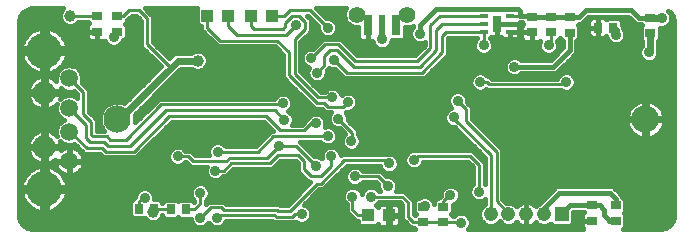
<source format=gbl>
G75*
G70*
%OFA0B0*%
%FSLAX24Y24*%
%IPPOS*%
%LPD*%
%AMOC8*
5,1,8,0,0,1.08239X$1,22.5*
%
%ADD10C,0.0906*%
%ADD11R,0.0276X0.0354*%
%ADD12R,0.0354X0.0276*%
%ADD13R,0.0413X0.0425*%
%ADD14R,0.0476X0.0476*%
%ADD15C,0.0476*%
%ADD16C,0.0554*%
%ADD17R,0.0236X0.0709*%
%ADD18R,0.0295X0.0709*%
%ADD19C,0.1181*%
%ADD20C,0.0768*%
%ADD21C,0.0594*%
%ADD22R,0.0315X0.0118*%
%ADD23R,0.0256X0.0531*%
%ADD24C,0.0357*%
%ADD25C,0.0160*%
%ADD26C,0.0396*%
%ADD27C,0.0240*%
%ADD28C,0.0100*%
%ADD29C,0.0120*%
D10*
X003686Y004090D03*
X021286Y004090D03*
D11*
X020215Y007149D03*
X019704Y007149D03*
X004900Y001109D03*
X004389Y001109D03*
X005460Y001101D03*
X005971Y001101D03*
D12*
X013881Y001184D03*
X014550Y001184D03*
X014550Y000672D03*
X013881Y000672D03*
X019511Y000711D03*
X020298Y000711D03*
X020298Y001223D03*
X019511Y001223D03*
X018763Y006987D03*
X018133Y006991D03*
X017503Y006991D03*
X017503Y007503D03*
X018133Y007503D03*
X018763Y007499D03*
X021440Y007483D03*
X021440Y006971D03*
X003684Y007011D03*
X003015Y007011D03*
X003015Y007523D03*
X003684Y007523D03*
D13*
X006686Y007542D03*
X007375Y007542D03*
X008143Y007542D03*
X008832Y007542D03*
X012040Y000889D03*
X012729Y000889D03*
D14*
X018487Y000928D03*
D15*
X017897Y000928D03*
X017306Y000928D03*
X016715Y000928D03*
X016125Y000928D03*
D16*
X013339Y007582D03*
X011666Y007582D03*
D17*
X012503Y007227D03*
D18*
X012985Y007227D03*
X012021Y007227D03*
D19*
X001243Y006381D03*
X001243Y001774D03*
D20*
X001243Y003172D03*
X001243Y004983D03*
D21*
X002082Y005456D03*
X002082Y004471D03*
X002082Y003684D03*
X002082Y002700D03*
D22*
X015889Y007001D03*
X015889Y007267D03*
X015889Y007532D03*
X016755Y007532D03*
X016765Y007267D03*
X016755Y007001D03*
D23*
X016322Y007267D03*
D24*
X015889Y006558D03*
X016912Y005849D03*
X015771Y005337D03*
X015141Y005790D03*
X015023Y004708D03*
X014904Y004156D03*
X012857Y004727D03*
X012030Y004727D03*
X011361Y004668D03*
X010849Y004826D03*
X009196Y004629D03*
X009235Y004078D03*
X010298Y003960D03*
X011046Y004117D03*
X010692Y003546D03*
X010337Y003172D03*
X010810Y002857D03*
X010298Y002542D03*
X011597Y002188D03*
X012700Y001873D03*
X012149Y001519D03*
X011519Y001519D03*
X009826Y000928D03*
X007739Y001676D03*
X006440Y001637D03*
X006952Y002385D03*
X005692Y002857D03*
X006400Y003074D03*
X007030Y003015D03*
X009058Y003211D03*
X008054Y003861D03*
X006361Y004944D03*
X005869Y005495D03*
X003290Y005397D03*
X005534Y006794D03*
X006145Y007109D03*
X003566Y006834D03*
X002601Y006932D03*
X008566Y005377D03*
X010141Y006125D03*
X010889Y006086D03*
X010337Y005652D03*
X012070Y006499D03*
X012503Y006755D03*
X013763Y006952D03*
X010692Y007149D03*
X009629Y007227D03*
X018054Y006558D03*
X020298Y006912D03*
X021400Y006322D03*
X020416Y005830D03*
X018645Y005337D03*
X020613Y004806D03*
X016873Y003231D03*
X015141Y002523D03*
X013566Y002739D03*
X012739Y002621D03*
X013645Y003271D03*
X011479Y003369D03*
X015731Y001676D03*
X014786Y001558D03*
X013920Y001204D03*
X015141Y000652D03*
X020416Y002483D03*
X021834Y007463D03*
X004944Y003192D03*
X004589Y001479D03*
X006440Y000810D03*
X006991Y000810D03*
D25*
X000667Y000481D02*
X000535Y000574D01*
X000442Y000707D01*
X000400Y000863D01*
X000400Y000913D01*
X000401Y000916D01*
X000401Y000956D01*
X000404Y000996D01*
X000401Y001007D01*
X000401Y007227D01*
X000404Y007238D01*
X000401Y007278D01*
X000401Y007318D01*
X000400Y007321D01*
X000400Y007371D01*
X000442Y007527D01*
X000535Y007660D01*
X000667Y007753D01*
X000824Y007795D01*
X000874Y007795D01*
X000876Y007794D01*
X000917Y007794D01*
X000957Y007790D01*
X000968Y007794D01*
X001883Y007794D01*
X001822Y007734D01*
X001771Y007609D01*
X001771Y007475D01*
X001822Y007351D01*
X001918Y007256D01*
X002042Y007204D01*
X002176Y007204D01*
X002301Y007256D01*
X002378Y007333D01*
X002697Y007333D01*
X002697Y007327D01*
X002730Y007294D01*
X002727Y007293D01*
X002693Y007259D01*
X002670Y007218D01*
X002657Y007172D01*
X002657Y007011D01*
X003015Y007011D01*
X003015Y006693D01*
X003216Y006693D01*
X003261Y006705D01*
X003272Y006711D01*
X003296Y006653D01*
X003385Y006564D01*
X003502Y006515D01*
X003629Y006515D01*
X003746Y006564D01*
X003836Y006653D01*
X003869Y006733D01*
X003919Y006733D01*
X004001Y006815D01*
X004001Y007206D01*
X003941Y007267D01*
X004001Y007327D01*
X004001Y007394D01*
X004051Y007444D01*
X004156Y007549D01*
X004314Y007549D01*
X004478Y007385D01*
X004478Y006519D01*
X005137Y005859D01*
X003915Y004637D01*
X003804Y004683D01*
X003568Y004683D01*
X003350Y004593D01*
X003183Y004426D01*
X003093Y004208D01*
X003093Y003972D01*
X003183Y003755D01*
X003221Y003716D01*
X003008Y003716D01*
X003008Y004078D01*
X002896Y004189D01*
X002732Y004353D01*
X002732Y005074D01*
X002621Y005185D01*
X002495Y005311D01*
X002518Y005369D01*
X002518Y005542D01*
X002452Y005703D01*
X002329Y005826D01*
X002168Y005892D01*
X001995Y005892D01*
X001834Y005826D01*
X001711Y005703D01*
X001645Y005542D01*
X001645Y005379D01*
X001610Y005413D01*
X001539Y005465D01*
X001459Y005506D01*
X001375Y005533D01*
X001291Y005546D01*
X001291Y005031D01*
X001806Y005031D01*
X001793Y005115D01*
X001788Y005132D01*
X001834Y005085D01*
X001995Y005019D01*
X002168Y005019D01*
X002226Y005043D01*
X002352Y004916D01*
X002352Y004819D01*
X002329Y004842D01*
X002168Y004908D01*
X001995Y004908D01*
X001834Y004842D01*
X001769Y004776D01*
X001793Y004851D01*
X001806Y004935D01*
X002333Y004935D01*
X002732Y004935D02*
X004213Y004935D01*
X004054Y004777D02*
X002732Y004777D01*
X002732Y004618D02*
X003410Y004618D01*
X003216Y004460D02*
X002732Y004460D01*
X002784Y004301D02*
X003131Y004301D01*
X003093Y004143D02*
X002943Y004143D01*
X003008Y003984D02*
X003093Y003984D01*
X003154Y003826D02*
X003008Y003826D01*
X001891Y004078D02*
X001834Y004054D01*
X001711Y003931D01*
X001645Y003771D01*
X001645Y003597D01*
X001665Y003547D01*
X001610Y003602D01*
X001539Y003654D01*
X001459Y003695D01*
X001375Y003722D01*
X001291Y003735D01*
X001291Y003220D01*
X001806Y003220D01*
X001793Y003304D01*
X001769Y003379D01*
X001834Y003314D01*
X001995Y003247D01*
X002168Y003247D01*
X002245Y003279D01*
X002470Y003054D01*
X002582Y002943D01*
X003093Y002943D01*
X003100Y002936D01*
X003212Y002825D01*
X004314Y002825D01*
X005495Y004006D01*
X008566Y004006D01*
X008855Y003716D01*
X008802Y003716D01*
X008691Y003605D01*
X008290Y003205D01*
X007291Y003205D01*
X007211Y003285D01*
X007094Y003333D01*
X006967Y003333D01*
X006850Y003285D01*
X006760Y003195D01*
X006712Y003078D01*
X006712Y002951D01*
X006737Y002890D01*
X006282Y002890D01*
X006125Y003047D01*
X005952Y003047D01*
X005872Y003127D01*
X005755Y003176D01*
X005628Y003176D01*
X005511Y003127D01*
X005422Y003038D01*
X005373Y002921D01*
X005373Y002794D01*
X005422Y002677D01*
X005511Y002587D01*
X005628Y002539D01*
X005755Y002539D01*
X005872Y002587D01*
X005952Y002667D01*
X005967Y002667D01*
X006014Y002621D01*
X006125Y002510D01*
X006659Y002510D01*
X006633Y002448D01*
X006633Y002321D01*
X006682Y002204D01*
X006771Y002115D01*
X006888Y002066D01*
X007015Y002066D01*
X007132Y002115D01*
X007212Y002195D01*
X007306Y002195D01*
X007417Y002306D01*
X007542Y002431D01*
X008841Y002431D01*
X009117Y002707D01*
X009629Y002707D01*
X009714Y002621D01*
X009714Y002345D01*
X009951Y002109D01*
X010062Y001998D01*
X010115Y001998D01*
X009353Y001236D01*
X009117Y001236D01*
X009078Y001276D01*
X007306Y001276D01*
X007227Y001354D01*
X006715Y001354D01*
X006630Y001269D01*
X006630Y001376D01*
X006710Y001456D01*
X006758Y001573D01*
X006758Y001700D01*
X006710Y001817D01*
X006620Y001907D01*
X006503Y001955D01*
X006377Y001955D01*
X006259Y001907D01*
X006170Y001817D01*
X006121Y001700D01*
X006121Y001573D01*
X006170Y001456D01*
X006250Y001376D01*
X006250Y001361D01*
X006237Y001348D01*
X006167Y001418D01*
X005776Y001418D01*
X005715Y001358D01*
X005655Y001418D01*
X005264Y001418D01*
X005182Y001336D01*
X005182Y001295D01*
X005178Y001295D01*
X005178Y001344D01*
X005096Y001426D01*
X004908Y001426D01*
X004908Y001543D01*
X004859Y001660D01*
X004770Y001749D01*
X004653Y001798D01*
X004526Y001798D01*
X004409Y001749D01*
X004320Y001660D01*
X004271Y001543D01*
X004271Y001508D01*
X004270Y001508D01*
X004223Y001479D01*
X004217Y001454D01*
X004199Y001436D01*
X004199Y001426D01*
X004193Y001426D01*
X004111Y001344D01*
X004111Y000874D01*
X004193Y000792D01*
X004584Y000792D01*
X004593Y000801D01*
X004674Y000720D01*
X004798Y000669D01*
X004932Y000669D01*
X005057Y000720D01*
X005152Y000815D01*
X005174Y000870D01*
X005178Y000874D01*
X005178Y000879D01*
X005182Y000888D01*
X005182Y000866D01*
X005264Y000784D01*
X005655Y000784D01*
X005715Y000844D01*
X005776Y000784D01*
X006121Y000784D01*
X006121Y000747D01*
X006170Y000630D01*
X006259Y000540D01*
X006377Y000491D01*
X006503Y000491D01*
X006620Y000540D01*
X006710Y000630D01*
X006715Y000643D01*
X006721Y000630D01*
X006811Y000540D01*
X006928Y000491D01*
X007054Y000491D01*
X007171Y000540D01*
X007261Y000630D01*
X007290Y000699D01*
X008841Y000699D01*
X008881Y000659D01*
X009589Y000659D01*
X009617Y000687D01*
X009645Y000658D01*
X009762Y000610D01*
X009889Y000610D01*
X010006Y000658D01*
X010096Y000748D01*
X010144Y000865D01*
X010144Y000991D01*
X010096Y001108D01*
X010006Y001198D01*
X009897Y001243D01*
X010416Y001762D01*
X010534Y001762D01*
X011322Y002549D01*
X012424Y002549D01*
X012469Y002441D01*
X012559Y002351D01*
X012676Y002303D01*
X012802Y002303D01*
X012919Y002351D01*
X013009Y002441D01*
X013057Y002558D01*
X013057Y002684D01*
X013009Y002801D01*
X012919Y002891D01*
X012802Y002939D01*
X012676Y002939D01*
X012651Y002929D01*
X011164Y002929D01*
X011128Y002893D01*
X011128Y002921D01*
X011080Y003038D01*
X010990Y003127D01*
X010873Y003176D01*
X010747Y003176D01*
X010630Y003127D01*
X010540Y003038D01*
X010491Y002921D01*
X010491Y002799D01*
X010478Y002812D01*
X010361Y002861D01*
X010248Y002861D01*
X009773Y003336D01*
X010451Y003336D01*
X010511Y003276D01*
X010628Y003228D01*
X010755Y003228D01*
X010872Y003276D01*
X010962Y003366D01*
X011010Y003483D01*
X011010Y003609D01*
X010962Y003727D01*
X010872Y003816D01*
X010755Y003865D01*
X010628Y003865D01*
X010598Y003852D01*
X010617Y003896D01*
X010617Y004023D01*
X010568Y004140D01*
X010478Y004229D01*
X010361Y004278D01*
X010235Y004278D01*
X010118Y004229D01*
X010028Y004140D01*
X010011Y004099D01*
X009826Y003913D01*
X009512Y003913D01*
X009554Y004014D01*
X009554Y004141D01*
X009505Y004258D01*
X009415Y004348D01*
X009380Y004362D01*
X009466Y004448D01*
X009514Y004565D01*
X009514Y004692D01*
X009466Y004809D01*
X009376Y004899D01*
X009259Y004947D01*
X009132Y004947D01*
X009015Y004899D01*
X008926Y004809D01*
X008913Y004779D01*
X005062Y004779D01*
X004278Y003996D01*
X004278Y004208D01*
X004262Y004248D01*
X005603Y005590D01*
X005800Y005786D01*
X006143Y005786D01*
X006170Y005760D01*
X006294Y005708D01*
X006428Y005708D01*
X006553Y005760D01*
X006648Y005855D01*
X006699Y005979D01*
X006699Y006113D01*
X006648Y006238D01*
X006553Y006333D01*
X006428Y006384D01*
X006294Y006384D01*
X006170Y006333D01*
X006143Y006306D01*
X005640Y006306D01*
X005545Y006267D01*
X005471Y006193D01*
X005406Y006128D01*
X004858Y006676D01*
X004858Y007542D01*
X004747Y007653D01*
X004606Y007794D01*
X006339Y007794D01*
X006339Y007272D01*
X006421Y007190D01*
X006486Y007190D01*
X006486Y007070D01*
X007030Y006525D01*
X008920Y006525D01*
X009203Y006243D01*
X009203Y005495D01*
X009314Y005384D01*
X010259Y004439D01*
X010495Y004439D01*
X010613Y004321D01*
X010800Y004321D01*
X010776Y004297D01*
X010728Y004180D01*
X010728Y004054D01*
X010776Y003937D01*
X010866Y003847D01*
X010983Y003799D01*
X011096Y003799D01*
X011277Y003617D01*
X011209Y003549D01*
X011161Y003432D01*
X011161Y003306D01*
X011209Y003189D01*
X011299Y003099D01*
X011416Y003051D01*
X011543Y003051D01*
X011660Y003099D01*
X011749Y003189D01*
X011798Y003306D01*
X011798Y003432D01*
X011749Y003549D01*
X011709Y003590D01*
X011709Y003723D01*
X011597Y003835D01*
X011365Y004067D01*
X011365Y004180D01*
X011316Y004297D01*
X011288Y004326D01*
X011311Y004350D01*
X011424Y004350D01*
X011541Y004398D01*
X011631Y004488D01*
X011680Y004605D01*
X011680Y004732D01*
X011631Y004849D01*
X011541Y004938D01*
X011424Y004987D01*
X011298Y004987D01*
X011181Y004938D01*
X011157Y004915D01*
X011119Y005006D01*
X011030Y005096D01*
X010913Y005144D01*
X010786Y005144D01*
X010669Y005096D01*
X010589Y005016D01*
X010456Y005016D01*
X009779Y005692D01*
X009779Y006676D01*
X010022Y006919D01*
X010134Y007030D01*
X010134Y007424D01*
X010009Y007549D01*
X010023Y007549D01*
X010373Y007198D01*
X010373Y007085D01*
X010422Y006968D01*
X010511Y006879D01*
X010628Y006830D01*
X010755Y006830D01*
X010872Y006879D01*
X010962Y006968D01*
X011010Y007085D01*
X011010Y007212D01*
X010962Y007329D01*
X010872Y007418D01*
X010755Y007467D01*
X010642Y007467D01*
X010315Y007794D01*
X011303Y007794D01*
X011249Y007665D01*
X011249Y007499D01*
X011313Y007345D01*
X011430Y007228D01*
X011583Y007164D01*
X011693Y007164D01*
X011693Y006849D01*
X011705Y006803D01*
X011729Y006762D01*
X011762Y006729D01*
X011803Y006705D01*
X011849Y006693D01*
X012021Y006693D01*
X012184Y006693D01*
X012184Y006691D01*
X012233Y006574D01*
X012322Y006485D01*
X012439Y006436D01*
X012566Y006436D01*
X012683Y006485D01*
X012773Y006574D01*
X012821Y006691D01*
X012821Y006733D01*
X013191Y006733D01*
X013273Y006815D01*
X013273Y007164D01*
X013422Y007164D01*
X013543Y007214D01*
X013543Y007182D01*
X013493Y007132D01*
X013444Y007015D01*
X013444Y006888D01*
X013493Y006771D01*
X013582Y006682D01*
X013699Y006633D01*
X013826Y006633D01*
X013927Y006675D01*
X013927Y006558D01*
X013605Y006236D01*
X011676Y006236D01*
X011236Y006676D01*
X011125Y006787D01*
X010534Y006787D01*
X010190Y006443D01*
X010077Y006443D01*
X009960Y006395D01*
X009871Y006305D01*
X009822Y006188D01*
X009822Y006062D01*
X009871Y005945D01*
X009960Y005855D01*
X010060Y005814D01*
X010019Y005716D01*
X010019Y005589D01*
X010068Y005472D01*
X010157Y005382D01*
X010274Y005334D01*
X010401Y005334D01*
X010518Y005382D01*
X010607Y005472D01*
X010656Y005589D01*
X010656Y005702D01*
X010751Y005798D01*
X010825Y005767D01*
X010938Y005767D01*
X011243Y005462D01*
X013920Y005462D01*
X014589Y006132D01*
X014701Y006243D01*
X014701Y006794D01*
X014717Y006811D01*
X015664Y006811D01*
X015673Y006802D01*
X015682Y006802D01*
X015619Y006738D01*
X015570Y006621D01*
X015570Y006495D01*
X015619Y006378D01*
X015708Y006288D01*
X015825Y006240D01*
X015952Y006240D01*
X016069Y006288D01*
X016159Y006378D01*
X016207Y006495D01*
X016207Y006621D01*
X016159Y006738D01*
X016095Y006802D01*
X016104Y006802D01*
X016133Y006831D01*
X016170Y006821D01*
X016322Y006821D01*
X016464Y006821D01*
X016487Y006798D01*
X016528Y006774D01*
X016574Y006762D01*
X016755Y006762D01*
X016936Y006762D01*
X016982Y006774D01*
X017023Y006798D01*
X017056Y006831D01*
X017080Y006872D01*
X017092Y006918D01*
X017092Y007001D01*
X017092Y007084D01*
X017082Y007124D01*
X017090Y007138D01*
X017102Y007184D01*
X017102Y007267D01*
X017102Y007322D01*
X017186Y007322D01*
X017186Y007307D01*
X017218Y007275D01*
X017215Y007273D01*
X017182Y007239D01*
X017158Y007198D01*
X017146Y007153D01*
X017146Y006991D01*
X017146Y006830D01*
X017158Y006784D01*
X017182Y006743D01*
X017215Y006709D01*
X017256Y006685D01*
X017302Y006673D01*
X017503Y006673D01*
X017704Y006673D01*
X017749Y006685D01*
X017766Y006695D01*
X017736Y006621D01*
X017736Y006495D01*
X017784Y006378D01*
X017874Y006288D01*
X017991Y006240D01*
X018117Y006240D01*
X018234Y006288D01*
X018324Y006378D01*
X018372Y006495D01*
X018372Y006621D01*
X018334Y006713D01*
X018368Y006713D01*
X018446Y006791D01*
X018528Y006709D01*
X018543Y006709D01*
X018543Y006492D01*
X018120Y006069D01*
X017143Y006069D01*
X017093Y006119D01*
X016976Y006168D01*
X016849Y006168D01*
X016732Y006119D01*
X016642Y006030D01*
X016594Y005913D01*
X016594Y005786D01*
X016642Y005669D01*
X016732Y005579D01*
X016849Y005531D01*
X016976Y005531D01*
X017093Y005579D01*
X017143Y005629D01*
X018303Y005629D01*
X018854Y006180D01*
X018983Y006309D01*
X018983Y006709D01*
X018998Y006709D01*
X019080Y006791D01*
X019080Y007183D01*
X019020Y007243D01*
X019056Y007279D01*
X019145Y007279D01*
X019385Y007519D01*
X020719Y007519D01*
X020846Y007392D01*
X020975Y007263D01*
X021147Y007263D01*
X021183Y007227D01*
X021123Y007167D01*
X021123Y006776D01*
X021180Y006718D01*
X021180Y006551D01*
X021131Y006502D01*
X021082Y006385D01*
X021082Y006258D01*
X021131Y006141D01*
X021220Y006052D01*
X021337Y006003D01*
X021464Y006003D01*
X021581Y006052D01*
X021670Y006141D01*
X021719Y006258D01*
X021719Y006385D01*
X021701Y006427D01*
X021700Y006449D01*
X021700Y006718D01*
X021757Y006776D01*
X021757Y007151D01*
X021770Y007145D01*
X021897Y007145D01*
X022014Y007194D01*
X022103Y007283D01*
X022152Y007400D01*
X022152Y007527D01*
X022103Y007644D01*
X022037Y007710D01*
X022109Y007660D01*
X022202Y007527D01*
X022244Y007371D01*
X022244Y007321D01*
X022243Y007318D01*
X022243Y007278D01*
X022239Y007238D01*
X022243Y007227D01*
X022243Y001007D01*
X022239Y000996D01*
X022243Y000956D01*
X022243Y000916D01*
X022244Y000913D01*
X022244Y000863D01*
X022202Y000707D01*
X022109Y000574D01*
X021976Y000481D01*
X021819Y000439D01*
X021770Y000439D01*
X021767Y000440D01*
X021727Y000440D01*
X021687Y000444D01*
X021675Y000440D01*
X020540Y000440D01*
X020615Y000516D01*
X020615Y000907D01*
X020555Y000967D01*
X020615Y001028D01*
X020615Y001419D01*
X020533Y001501D01*
X020518Y001501D01*
X020518Y001531D01*
X020389Y001660D01*
X020192Y001857D01*
X018317Y001857D01*
X018188Y001728D01*
X017727Y001267D01*
X017683Y001248D01*
X017629Y001195D01*
X017625Y001200D01*
X017578Y001247D01*
X017525Y001285D01*
X017466Y001315D01*
X017404Y001336D01*
X017339Y001346D01*
X017306Y001346D01*
X017306Y000928D01*
X017306Y000510D01*
X017339Y000510D01*
X017404Y000521D01*
X017466Y000541D01*
X017525Y000571D01*
X017578Y000609D01*
X017625Y000656D01*
X017629Y000662D01*
X017683Y000608D01*
X017821Y000550D01*
X017972Y000550D01*
X018111Y000608D01*
X018122Y000619D01*
X018191Y000550D01*
X018783Y000550D01*
X018865Y000632D01*
X018865Y000995D01*
X018873Y001003D01*
X019218Y001003D01*
X019226Y000995D01*
X019223Y000993D01*
X019190Y000960D01*
X019166Y000919D01*
X019154Y000873D01*
X019154Y000712D01*
X019511Y000712D01*
X019511Y000711D01*
X019154Y000711D01*
X019154Y000550D01*
X019166Y000504D01*
X019190Y000463D01*
X019213Y000440D01*
X015379Y000440D01*
X015411Y000472D01*
X015459Y000589D01*
X015459Y000716D01*
X015411Y000833D01*
X015321Y000922D01*
X015204Y000971D01*
X015077Y000971D01*
X014960Y000922D01*
X014900Y000862D01*
X014867Y000862D01*
X014867Y000868D01*
X014807Y000928D01*
X014867Y000988D01*
X014867Y001247D01*
X014967Y001288D01*
X015056Y001378D01*
X015105Y001495D01*
X015105Y001621D01*
X015056Y001738D01*
X014967Y001828D01*
X014850Y001876D01*
X014723Y001876D01*
X014606Y001828D01*
X014516Y001738D01*
X014468Y001621D01*
X014468Y001548D01*
X014382Y001462D01*
X014315Y001462D01*
X014233Y001380D01*
X014233Y001281D01*
X014198Y001365D01*
X014198Y001380D01*
X014116Y001462D01*
X014112Y001462D01*
X014101Y001474D01*
X013983Y001522D01*
X013857Y001522D01*
X013740Y001474D01*
X013728Y001462D01*
X013646Y001462D01*
X013564Y001380D01*
X013564Y000988D01*
X013624Y000928D01*
X013591Y000896D01*
X013559Y000928D01*
X013559Y001400D01*
X013448Y001512D01*
X013251Y001709D01*
X012976Y001709D01*
X013018Y001810D01*
X013018Y001936D01*
X012970Y002053D01*
X012880Y002143D01*
X012763Y002191D01*
X012650Y002191D01*
X012463Y002378D01*
X011858Y002378D01*
X011778Y002458D01*
X011661Y002506D01*
X011534Y002506D01*
X011417Y002458D01*
X011327Y002368D01*
X011279Y002251D01*
X011279Y002125D01*
X011327Y002008D01*
X011417Y001918D01*
X011534Y001869D01*
X011661Y001869D01*
X011778Y001918D01*
X011858Y001998D01*
X012306Y001998D01*
X012381Y001923D01*
X012381Y001810D01*
X012423Y001709D01*
X012409Y001709D01*
X012329Y001789D01*
X012212Y001837D01*
X012085Y001837D01*
X011968Y001789D01*
X011879Y001699D01*
X011834Y001590D01*
X011789Y001699D01*
X011699Y001789D01*
X011582Y001837D01*
X011455Y001837D01*
X011338Y001789D01*
X011249Y001699D01*
X011200Y001582D01*
X011200Y001455D01*
X011249Y001338D01*
X011329Y001258D01*
X011329Y001007D01*
X011440Y000896D01*
X011637Y000699D01*
X011694Y000699D01*
X011694Y000618D01*
X011776Y000536D01*
X012305Y000536D01*
X012362Y000593D01*
X012378Y000566D01*
X012412Y000532D01*
X012453Y000508D01*
X012499Y000496D01*
X012706Y000496D01*
X012706Y000865D01*
X012753Y000865D01*
X012753Y000912D01*
X013116Y000912D01*
X013116Y001125D01*
X013104Y001171D01*
X013080Y001212D01*
X013046Y001245D01*
X013005Y001269D01*
X012960Y001281D01*
X012753Y001281D01*
X012753Y000912D01*
X012706Y000912D01*
X012706Y001281D01*
X012499Y001281D01*
X012453Y001269D01*
X012412Y001245D01*
X012378Y001212D01*
X012362Y001184D01*
X012307Y001239D01*
X012329Y001249D01*
X012409Y001329D01*
X013093Y001329D01*
X013179Y001243D01*
X013179Y000771D01*
X013467Y000482D01*
X013564Y000482D01*
X013564Y000476D01*
X013600Y000440D01*
X000968Y000440D01*
X000957Y000444D01*
X000917Y000440D01*
X000876Y000440D01*
X000874Y000439D01*
X000824Y000439D01*
X000667Y000481D01*
X000645Y000497D02*
X006363Y000497D01*
X006516Y000497D02*
X006914Y000497D01*
X007068Y000497D02*
X012495Y000497D01*
X012706Y000497D02*
X012753Y000497D01*
X012753Y000496D02*
X012960Y000496D01*
X013005Y000508D01*
X013046Y000532D01*
X013080Y000566D01*
X013104Y000607D01*
X013116Y000652D01*
X013116Y000865D01*
X012753Y000865D01*
X012753Y000496D01*
X012963Y000497D02*
X013453Y000497D01*
X013294Y000656D02*
X013116Y000656D01*
X013116Y000814D02*
X013179Y000814D01*
X013179Y000973D02*
X013116Y000973D01*
X013114Y001131D02*
X013179Y001131D01*
X013133Y001290D02*
X012370Y001290D01*
X012706Y001131D02*
X012753Y001131D01*
X012753Y000973D02*
X012706Y000973D01*
X012706Y000814D02*
X012753Y000814D01*
X012753Y000656D02*
X012706Y000656D01*
X013559Y000973D02*
X013579Y000973D01*
X013564Y001131D02*
X013559Y001131D01*
X013559Y001290D02*
X013564Y001290D01*
X013511Y001448D02*
X013632Y001448D01*
X013353Y001607D02*
X014468Y001607D01*
X014543Y001765D02*
X013000Y001765D01*
X013018Y001924D02*
X015528Y001924D01*
X015541Y001936D02*
X015461Y001856D01*
X015413Y001739D01*
X015413Y001613D01*
X015461Y001496D01*
X015551Y001406D01*
X015668Y001358D01*
X015795Y001358D01*
X015912Y001406D01*
X015935Y001429D01*
X015935Y001258D01*
X015911Y001248D01*
X015805Y001142D01*
X015747Y001003D01*
X015747Y000853D01*
X015805Y000714D01*
X015911Y000608D01*
X016050Y000550D01*
X016200Y000550D01*
X016339Y000608D01*
X016420Y000689D01*
X016501Y000608D01*
X016640Y000550D01*
X016791Y000550D01*
X016929Y000608D01*
X016983Y000662D01*
X016987Y000656D01*
X017034Y000609D01*
X017087Y000571D01*
X017146Y000541D01*
X017208Y000521D01*
X017273Y000510D01*
X017306Y000510D01*
X017306Y000928D01*
X017306Y000928D01*
X017306Y000928D01*
X017306Y001346D01*
X017273Y001346D01*
X017208Y001336D01*
X017146Y001315D01*
X017087Y001285D01*
X017034Y001247D01*
X016987Y001200D01*
X016983Y001195D01*
X016929Y001248D01*
X016791Y001306D01*
X016646Y001306D01*
X016512Y001440D01*
X016512Y003093D01*
X015488Y004117D01*
X015488Y004511D01*
X015341Y004658D01*
X015341Y004771D01*
X015292Y004888D01*
X015203Y004978D01*
X015086Y005026D01*
X014959Y005026D01*
X014842Y004978D01*
X014753Y004888D01*
X014704Y004771D01*
X014704Y004644D01*
X014753Y004527D01*
X014816Y004464D01*
X014724Y004426D01*
X014634Y004337D01*
X014586Y004220D01*
X014586Y004093D01*
X014634Y003976D01*
X014724Y003886D01*
X014841Y003838D01*
X014915Y003838D01*
X015935Y002818D01*
X015935Y001923D01*
X015921Y001936D01*
X015921Y002660D01*
X015810Y002772D01*
X015515Y003067D01*
X013625Y003067D01*
X013616Y003057D01*
X013502Y003057D01*
X013385Y003009D01*
X013296Y002919D01*
X013247Y002802D01*
X013247Y002676D01*
X013296Y002559D01*
X013385Y002469D01*
X013502Y002421D01*
X013629Y002421D01*
X013746Y002469D01*
X013836Y002559D01*
X013884Y002676D01*
X013884Y002687D01*
X015357Y002687D01*
X015541Y002503D01*
X015541Y001936D01*
X015934Y001924D02*
X015935Y001924D01*
X015921Y002082D02*
X015935Y002082D01*
X015541Y002082D02*
X012941Y002082D01*
X012601Y002241D02*
X015541Y002241D01*
X015921Y002241D02*
X015935Y002241D01*
X015921Y002399D02*
X015935Y002399D01*
X015921Y002558D02*
X015935Y002558D01*
X015541Y002399D02*
X012967Y002399D01*
X013057Y002558D02*
X013297Y002558D01*
X013247Y002716D02*
X013044Y002716D01*
X012936Y002875D02*
X013277Y002875D01*
X013443Y003033D02*
X011082Y003033D01*
X011208Y003192D02*
X009918Y003192D01*
X010076Y003033D02*
X010538Y003033D01*
X010491Y002875D02*
X010235Y002875D01*
X009714Y002558D02*
X008968Y002558D01*
X009714Y002399D02*
X007510Y002399D01*
X007352Y002241D02*
X009819Y002241D01*
X009951Y002109D02*
X009951Y002109D01*
X009978Y002082D02*
X007053Y002082D01*
X006850Y002082D02*
X001950Y002082D01*
X001936Y002116D02*
X001885Y002204D01*
X001824Y002284D01*
X001772Y002335D01*
X001832Y002292D01*
X001899Y002258D01*
X001970Y002235D01*
X002044Y002223D01*
X002063Y002223D01*
X002063Y002681D01*
X002100Y002681D01*
X002100Y002223D01*
X002119Y002223D01*
X002193Y002235D01*
X002265Y002258D01*
X002331Y002292D01*
X002392Y002336D01*
X002445Y002389D01*
X002489Y002450D01*
X002523Y002517D01*
X002547Y002588D01*
X002558Y002662D01*
X002558Y002681D01*
X002100Y002681D01*
X002100Y002718D01*
X002558Y002718D01*
X002558Y002737D01*
X002547Y002811D01*
X002523Y002883D01*
X002489Y002950D01*
X002445Y003010D01*
X002392Y003063D01*
X002331Y003108D01*
X002265Y003142D01*
X002193Y003165D01*
X002119Y003177D01*
X002100Y003177D01*
X002100Y002718D01*
X002063Y002718D01*
X002063Y002681D01*
X001605Y002681D01*
X001605Y002662D01*
X001616Y002588D01*
X001640Y002517D01*
X001674Y002450D01*
X001718Y002389D01*
X001751Y002356D01*
X001672Y002417D01*
X001585Y002467D01*
X001491Y002506D01*
X001394Y002532D01*
X001323Y002541D01*
X001323Y001854D01*
X002010Y001854D01*
X002000Y001925D01*
X001974Y002023D01*
X001936Y002116D01*
X001952Y002241D02*
X001857Y002241D01*
X002063Y002241D02*
X002100Y002241D01*
X002211Y002241D02*
X006667Y002241D01*
X006633Y002399D02*
X002453Y002399D01*
X002537Y002558D02*
X005583Y002558D01*
X005800Y002558D02*
X006077Y002558D01*
X005406Y002716D02*
X002100Y002716D01*
X002063Y002716D02*
X001574Y002716D01*
X001605Y002718D02*
X001605Y002737D01*
X001605Y002738D01*
X001539Y002690D01*
X001459Y002650D01*
X001375Y002622D01*
X001291Y002609D01*
X001291Y003124D01*
X001195Y003124D01*
X001195Y002609D01*
X001111Y002622D01*
X001027Y002650D01*
X000947Y002690D01*
X000876Y002742D01*
X000813Y002805D01*
X000761Y002877D01*
X000720Y002956D01*
X000693Y003040D01*
X000680Y003124D01*
X001195Y003124D01*
X001195Y003220D01*
X000680Y003220D01*
X000693Y003304D01*
X000720Y003389D01*
X000761Y003468D01*
X000813Y003539D01*
X000876Y003602D01*
X000947Y003654D01*
X001027Y003695D01*
X001111Y003722D01*
X001195Y003735D01*
X001195Y003220D01*
X001291Y003220D01*
X001291Y003124D01*
X001806Y003124D01*
X001800Y003085D01*
X001832Y003108D01*
X001899Y003142D01*
X001970Y003165D01*
X002044Y003177D01*
X002063Y003177D01*
X002063Y002718D01*
X001605Y002718D01*
X001626Y002558D02*
X000401Y002558D01*
X000401Y002399D02*
X000791Y002399D01*
X000814Y002417D02*
X000734Y002355D01*
X000662Y002284D01*
X000601Y002204D01*
X000550Y002116D01*
X000512Y002023D01*
X000486Y001925D01*
X000476Y001854D01*
X001163Y001854D01*
X001163Y001694D01*
X001323Y001694D01*
X001323Y001008D01*
X001394Y001017D01*
X001491Y001043D01*
X001585Y001082D01*
X001672Y001132D01*
X001752Y001194D01*
X001824Y001265D01*
X001885Y001345D01*
X001936Y001433D01*
X001974Y001526D01*
X002000Y001624D01*
X002010Y001694D01*
X001323Y001694D01*
X001323Y001854D01*
X001163Y001854D01*
X001163Y002541D01*
X001092Y002532D01*
X000995Y002506D01*
X000901Y002467D01*
X000814Y002417D01*
X000629Y002241D02*
X000401Y002241D01*
X000401Y002082D02*
X000536Y002082D01*
X000485Y001924D02*
X000401Y001924D01*
X000401Y001765D02*
X001163Y001765D01*
X001163Y001694D02*
X000476Y001694D01*
X000486Y001624D01*
X000512Y001526D01*
X000550Y001433D01*
X000601Y001345D01*
X000662Y001265D01*
X000734Y001194D01*
X000814Y001132D01*
X000901Y001082D01*
X000995Y001043D01*
X001092Y001017D01*
X001163Y001008D01*
X001163Y001694D01*
X001163Y001607D02*
X001323Y001607D01*
X001323Y001765D02*
X004447Y001765D01*
X004732Y001765D02*
X006148Y001765D01*
X006121Y001607D02*
X004881Y001607D01*
X004908Y001448D02*
X006178Y001448D01*
X006630Y001290D02*
X006651Y001290D01*
X006701Y001448D02*
X009565Y001448D01*
X009407Y001290D02*
X007292Y001290D01*
X006758Y001607D02*
X009724Y001607D01*
X009882Y001765D02*
X006731Y001765D01*
X006580Y001924D02*
X010041Y001924D01*
X010538Y001765D02*
X011315Y001765D01*
X011411Y001924D02*
X010696Y001924D01*
X010855Y002082D02*
X011297Y002082D01*
X011279Y002241D02*
X011013Y002241D01*
X011172Y002399D02*
X011358Y002399D01*
X011837Y002399D02*
X012511Y002399D01*
X012380Y001924D02*
X011783Y001924D01*
X011722Y001765D02*
X011945Y001765D01*
X011840Y001607D02*
X011827Y001607D01*
X011210Y001607D02*
X010261Y001607D01*
X010103Y001448D02*
X011203Y001448D01*
X011297Y001290D02*
X009944Y001290D01*
X010073Y001131D02*
X011329Y001131D01*
X011363Y000973D02*
X010144Y000973D01*
X010123Y000814D02*
X011521Y000814D01*
X011694Y000656D02*
X010000Y000656D01*
X009652Y000656D02*
X007272Y000656D01*
X006159Y000656D02*
X000477Y000656D01*
X000413Y000814D02*
X004171Y000814D01*
X004111Y000973D02*
X000402Y000973D01*
X000401Y001131D02*
X000816Y001131D01*
X000644Y001290D02*
X000401Y001290D01*
X000401Y001448D02*
X000544Y001448D01*
X000490Y001607D02*
X000401Y001607D01*
X001163Y001448D02*
X001323Y001448D01*
X001323Y001290D02*
X001163Y001290D01*
X001163Y001131D02*
X001323Y001131D01*
X001670Y001131D02*
X004111Y001131D01*
X004111Y001290D02*
X001842Y001290D01*
X001942Y001448D02*
X004211Y001448D01*
X004298Y001607D02*
X001996Y001607D01*
X002001Y001924D02*
X006300Y001924D01*
X005373Y002875D02*
X004364Y002875D01*
X004522Y003033D02*
X005420Y003033D01*
X006139Y003033D02*
X006712Y003033D01*
X006759Y003192D02*
X004681Y003192D01*
X004839Y003350D02*
X008436Y003350D01*
X008594Y003509D02*
X004998Y003509D01*
X005156Y003667D02*
X008753Y003667D01*
X008691Y003605D02*
X008691Y003605D01*
X008746Y003826D02*
X005315Y003826D01*
X005473Y003984D02*
X008588Y003984D01*
X009462Y004301D02*
X010780Y004301D01*
X010728Y004143D02*
X010565Y004143D01*
X010617Y003984D02*
X010757Y003984D01*
X010849Y003826D02*
X010918Y003826D01*
X010986Y003667D02*
X011227Y003667D01*
X011192Y003509D02*
X011010Y003509D01*
X010946Y003350D02*
X011161Y003350D01*
X011750Y003192D02*
X015561Y003192D01*
X015548Y003033D02*
X015720Y003033D01*
X015707Y002875D02*
X015878Y002875D01*
X015865Y002716D02*
X015935Y002716D01*
X015487Y002558D02*
X013835Y002558D01*
X015030Y001765D02*
X015423Y001765D01*
X015415Y001607D02*
X015105Y001607D01*
X015085Y001448D02*
X015509Y001448D01*
X015935Y001290D02*
X014968Y001290D01*
X014867Y001131D02*
X015800Y001131D01*
X015747Y000973D02*
X014852Y000973D01*
X015418Y000814D02*
X015763Y000814D01*
X015863Y000656D02*
X015459Y000656D01*
X015421Y000497D02*
X019170Y000497D01*
X019154Y000656D02*
X018865Y000656D01*
X018865Y000814D02*
X019154Y000814D01*
X019202Y000973D02*
X018865Y000973D01*
X018782Y001223D02*
X018487Y000928D01*
X017897Y000928D02*
X017897Y001125D01*
X018408Y001637D01*
X020101Y001637D01*
X020298Y001440D01*
X020298Y001223D01*
X020615Y001290D02*
X022243Y001290D01*
X022243Y001448D02*
X020586Y001448D01*
X020443Y001607D02*
X022243Y001607D01*
X022243Y001765D02*
X020284Y001765D01*
X019767Y001223D02*
X019511Y001223D01*
X018782Y001223D01*
X018067Y001607D02*
X016512Y001607D01*
X016512Y001765D02*
X018226Y001765D01*
X017909Y001448D02*
X016512Y001448D01*
X016830Y001290D02*
X017095Y001290D01*
X017306Y001290D02*
X017306Y001290D01*
X017517Y001290D02*
X017750Y001290D01*
X017306Y001131D02*
X017306Y001131D01*
X017306Y000973D02*
X017306Y000973D01*
X017306Y000814D02*
X017306Y000814D01*
X017306Y000656D02*
X017306Y000656D01*
X016988Y000656D02*
X016977Y000656D01*
X016454Y000656D02*
X016387Y000656D01*
X017624Y000656D02*
X017635Y000656D01*
X019767Y001223D02*
X019904Y001086D01*
X019904Y000889D01*
X020062Y000731D01*
X020082Y000711D01*
X020298Y000711D01*
X020615Y000656D02*
X022166Y000656D01*
X022231Y000814D02*
X020615Y000814D01*
X020560Y000973D02*
X022241Y000973D01*
X022243Y001131D02*
X020615Y001131D01*
X020597Y000497D02*
X021999Y000497D01*
X022243Y001924D02*
X016512Y001924D01*
X016512Y002082D02*
X022243Y002082D01*
X022243Y002241D02*
X016512Y002241D01*
X016512Y002399D02*
X022243Y002399D01*
X022243Y002558D02*
X016512Y002558D01*
X016512Y002716D02*
X022243Y002716D01*
X022243Y002875D02*
X016512Y002875D01*
X016512Y003033D02*
X022243Y003033D01*
X022243Y003192D02*
X016414Y003192D01*
X016255Y003350D02*
X022243Y003350D01*
X022243Y003509D02*
X021537Y003509D01*
X021529Y003504D02*
X021617Y003549D01*
X021698Y003608D01*
X021768Y003678D01*
X021827Y003759D01*
X021872Y003847D01*
X021903Y003942D01*
X021918Y004041D01*
X021918Y004055D01*
X021321Y004055D01*
X021321Y003458D01*
X021335Y003458D01*
X021434Y003473D01*
X021529Y003504D01*
X021321Y003509D02*
X021251Y003509D01*
X021251Y003458D02*
X021251Y004055D01*
X021321Y004055D01*
X021321Y004126D01*
X021251Y004126D01*
X021251Y004723D01*
X021236Y004723D01*
X021137Y004708D01*
X021043Y004677D01*
X020954Y004632D01*
X020873Y004573D01*
X020803Y004503D01*
X020744Y004422D01*
X020699Y004333D01*
X020668Y004239D01*
X020653Y004140D01*
X020653Y004126D01*
X021251Y004126D01*
X021251Y004055D01*
X020653Y004055D01*
X020653Y004041D01*
X020668Y003942D01*
X020699Y003847D01*
X020744Y003759D01*
X020803Y003678D01*
X020873Y003608D01*
X020954Y003549D01*
X021043Y003504D01*
X021137Y003473D01*
X021236Y003458D01*
X021251Y003458D01*
X021034Y003509D02*
X016097Y003509D01*
X015938Y003667D02*
X020814Y003667D01*
X020710Y003826D02*
X015780Y003826D01*
X015621Y003984D02*
X020662Y003984D01*
X020653Y004143D02*
X015488Y004143D01*
X015488Y004301D02*
X020689Y004301D01*
X020772Y004460D02*
X015488Y004460D01*
X015381Y004618D02*
X020935Y004618D01*
X021251Y004618D02*
X021321Y004618D01*
X021335Y004723D02*
X021321Y004723D01*
X021321Y004126D01*
X021918Y004126D01*
X021918Y004140D01*
X021903Y004239D01*
X021872Y004333D01*
X021827Y004422D01*
X021768Y004503D01*
X021698Y004573D01*
X021617Y004632D01*
X021529Y004677D01*
X021434Y004708D01*
X021335Y004723D01*
X021636Y004618D02*
X022243Y004618D01*
X022243Y004460D02*
X021800Y004460D01*
X021883Y004301D02*
X022243Y004301D01*
X022243Y004143D02*
X021918Y004143D01*
X021909Y003984D02*
X022243Y003984D01*
X022243Y003826D02*
X021861Y003826D01*
X021757Y003667D02*
X022243Y003667D01*
X021321Y003667D02*
X021251Y003667D01*
X021251Y003826D02*
X021321Y003826D01*
X021321Y003984D02*
X021251Y003984D01*
X021251Y004143D02*
X021321Y004143D01*
X021321Y004301D02*
X021251Y004301D01*
X021251Y004460D02*
X021321Y004460D01*
X022243Y004777D02*
X015339Y004777D01*
X015245Y004935D02*
X022243Y004935D01*
X022243Y005094D02*
X018851Y005094D01*
X018825Y005068D02*
X018915Y005157D01*
X018963Y005274D01*
X018963Y005401D01*
X018915Y005518D01*
X018825Y005607D01*
X018708Y005656D01*
X018581Y005656D01*
X018464Y005607D01*
X018375Y005518D01*
X018346Y005449D01*
X016164Y005449D01*
X016085Y005527D01*
X016031Y005527D01*
X015951Y005607D01*
X015834Y005656D01*
X015707Y005656D01*
X015590Y005607D01*
X015501Y005518D01*
X015452Y005401D01*
X015452Y005274D01*
X015501Y005157D01*
X015590Y005068D01*
X015707Y005019D01*
X015834Y005019D01*
X015951Y005068D01*
X015979Y005096D01*
X016007Y005069D01*
X018463Y005069D01*
X018464Y005068D01*
X018581Y005019D01*
X018708Y005019D01*
X018825Y005068D01*
X018954Y005252D02*
X022243Y005252D01*
X022243Y005411D02*
X018959Y005411D01*
X018863Y005569D02*
X022243Y005569D01*
X022243Y005728D02*
X018401Y005728D01*
X018211Y005849D02*
X018763Y006400D01*
X018763Y006987D01*
X019080Y006996D02*
X019386Y006996D01*
X019386Y006948D02*
X019398Y006902D01*
X019422Y006861D01*
X019455Y006827D01*
X019496Y006804D01*
X019542Y006791D01*
X019704Y006791D01*
X019865Y006791D01*
X019911Y006804D01*
X019952Y006827D01*
X019980Y006855D01*
X019980Y006849D01*
X020028Y006732D01*
X020118Y006642D01*
X020235Y006594D01*
X020361Y006594D01*
X020478Y006642D01*
X020568Y006732D01*
X020617Y006849D01*
X020617Y006976D01*
X020568Y007093D01*
X020553Y007107D01*
X020553Y007132D01*
X020532Y007179D01*
X020511Y007226D01*
X020511Y007226D01*
X020511Y007227D01*
X020493Y007243D01*
X020493Y007384D01*
X020411Y007466D01*
X020020Y007466D01*
X019987Y007433D01*
X019985Y007436D01*
X019952Y007470D01*
X019911Y007493D01*
X019865Y007506D01*
X019704Y007506D01*
X019704Y007149D01*
X019704Y007149D01*
X019704Y007506D01*
X019542Y007506D01*
X019496Y007493D01*
X019455Y007470D01*
X019422Y007436D01*
X019398Y007395D01*
X019386Y007349D01*
X019386Y007149D01*
X019704Y007149D01*
X019704Y007148D01*
X019704Y006791D01*
X019704Y007148D01*
X019704Y007148D01*
X019386Y007148D01*
X019386Y006948D01*
X019446Y006837D02*
X019080Y006837D01*
X018983Y006679D02*
X020082Y006679D01*
X019985Y006837D02*
X019962Y006837D01*
X019704Y006837D02*
X019704Y006837D01*
X019704Y006996D02*
X019704Y006996D01*
X019704Y007154D02*
X019704Y007154D01*
X019704Y007313D02*
X019704Y007313D01*
X019704Y007471D02*
X019704Y007471D01*
X019950Y007471D02*
X020767Y007471D01*
X020846Y007392D02*
X020846Y007392D01*
X020925Y007313D02*
X020493Y007313D01*
X020543Y007154D02*
X021123Y007154D01*
X021123Y006996D02*
X020608Y006996D01*
X020553Y007132D02*
X020553Y007132D01*
X020553Y007132D01*
X020612Y006837D02*
X021123Y006837D01*
X021180Y006679D02*
X020515Y006679D01*
X021148Y006520D02*
X018983Y006520D01*
X018983Y006362D02*
X021082Y006362D01*
X021105Y006203D02*
X018876Y006203D01*
X018718Y006045D02*
X021238Y006045D01*
X021563Y006045D02*
X022243Y006045D01*
X022243Y005886D02*
X018559Y005886D01*
X018211Y005849D02*
X016912Y005849D01*
X016618Y005728D02*
X014185Y005728D01*
X014344Y005886D02*
X016594Y005886D01*
X016657Y006045D02*
X014502Y006045D01*
X014661Y006203D02*
X018254Y006203D01*
X018308Y006362D02*
X018413Y006362D01*
X018372Y006520D02*
X018543Y006520D01*
X018543Y006679D02*
X018349Y006679D01*
X017759Y006679D02*
X017723Y006679D01*
X017503Y006679D02*
X017503Y006679D01*
X017503Y006673D02*
X017503Y006991D01*
X017503Y006991D01*
X017503Y006673D01*
X017282Y006679D02*
X016183Y006679D01*
X016322Y006821D02*
X016322Y007267D01*
X016630Y007267D01*
X016765Y007267D01*
X017102Y007267D01*
X016765Y007267D01*
X016765Y007267D01*
X016765Y007267D01*
X016322Y007267D01*
X016322Y007267D01*
X016322Y006821D01*
X016322Y006837D02*
X016322Y006837D01*
X016322Y006996D02*
X016322Y006996D01*
X016322Y007154D02*
X016322Y007154D01*
X016322Y007267D02*
X016322Y007267D01*
X016755Y007001D02*
X016755Y007001D01*
X017092Y007001D01*
X016755Y007001D01*
X016755Y007001D01*
X016755Y006762D01*
X016755Y007001D01*
X016755Y006996D02*
X016755Y006996D01*
X017092Y006996D02*
X017146Y006996D01*
X017146Y006991D02*
X017503Y006991D01*
X017146Y006991D01*
X017146Y006837D02*
X017060Y006837D01*
X016755Y006837D02*
X016755Y006837D01*
X017094Y007154D02*
X017146Y007154D01*
X017186Y007313D02*
X017102Y007313D01*
X017463Y007542D02*
X017503Y007503D01*
X017507Y007499D01*
X018093Y007499D01*
X018093Y007503D01*
X018133Y007503D01*
X018093Y007499D02*
X018763Y007499D01*
X019054Y007499D01*
X019294Y007739D01*
X020810Y007739D01*
X021066Y007483D01*
X021440Y007483D01*
X022109Y007630D02*
X022130Y007630D01*
X022152Y007471D02*
X022217Y007471D01*
X022243Y007313D02*
X022116Y007313D01*
X022243Y007154D02*
X021919Y007154D01*
X021757Y006996D02*
X022243Y006996D01*
X022243Y006837D02*
X021757Y006837D01*
X021700Y006679D02*
X022243Y006679D01*
X022243Y006520D02*
X021700Y006520D01*
X021719Y006362D02*
X022243Y006362D01*
X022243Y006203D02*
X021696Y006203D01*
X019386Y007154D02*
X019080Y007154D01*
X019179Y007313D02*
X019386Y007313D01*
X019337Y007471D02*
X019458Y007471D01*
X017463Y007542D02*
X017109Y007542D01*
X017109Y007700D01*
X017030Y007778D01*
X014314Y007778D01*
X013763Y007227D01*
X013763Y006952D01*
X013466Y006837D02*
X013273Y006837D01*
X013273Y006996D02*
X013444Y006996D01*
X013515Y007154D02*
X013273Y007154D01*
X013590Y006679D02*
X012816Y006679D01*
X012718Y006520D02*
X013889Y006520D01*
X013731Y006362D02*
X011551Y006362D01*
X011392Y006520D02*
X012287Y006520D01*
X012190Y006679D02*
X011234Y006679D01*
X010772Y006837D02*
X011696Y006837D01*
X012021Y006837D02*
X012021Y006837D01*
X012021Y006693D02*
X012021Y007227D01*
X012021Y007227D01*
X012021Y006693D01*
X012021Y006996D02*
X012021Y006996D01*
X012021Y007154D02*
X012021Y007154D01*
X011693Y007154D02*
X011010Y007154D01*
X010973Y006996D02*
X011693Y006996D01*
X011345Y007313D02*
X010969Y007313D01*
X011260Y007471D02*
X010638Y007471D01*
X010480Y007630D02*
X011249Y007630D01*
X011300Y007788D02*
X010321Y007788D01*
X010101Y007471D02*
X010087Y007471D01*
X010134Y007313D02*
X010259Y007313D01*
X010373Y007154D02*
X010134Y007154D01*
X010099Y006996D02*
X010411Y006996D01*
X010612Y006837D02*
X009940Y006837D01*
X009782Y006679D02*
X010426Y006679D01*
X010267Y006520D02*
X009779Y006520D01*
X009779Y006362D02*
X009927Y006362D01*
X009828Y006203D02*
X009779Y006203D01*
X009779Y006045D02*
X009829Y006045D01*
X009779Y005886D02*
X009929Y005886D01*
X010024Y005728D02*
X009779Y005728D01*
X009902Y005569D02*
X010027Y005569D01*
X010061Y005411D02*
X010129Y005411D01*
X010219Y005252D02*
X015461Y005252D01*
X015456Y005411D02*
X010546Y005411D01*
X010648Y005569D02*
X011136Y005569D01*
X010978Y005728D02*
X010681Y005728D01*
X009446Y005252D02*
X005265Y005252D01*
X005107Y005094D02*
X009604Y005094D01*
X009763Y004935D02*
X009289Y004935D01*
X009103Y004935D02*
X004948Y004935D01*
X005059Y004777D02*
X004790Y004777D01*
X004900Y004618D02*
X004631Y004618D01*
X004742Y004460D02*
X004473Y004460D01*
X004583Y004301D02*
X004314Y004301D01*
X004278Y004143D02*
X004425Y004143D01*
X004371Y005094D02*
X002712Y005094D01*
X002554Y005252D02*
X004530Y005252D01*
X004688Y005411D02*
X002518Y005411D01*
X002507Y005569D02*
X004847Y005569D01*
X005005Y005728D02*
X002427Y005728D01*
X002184Y005886D02*
X005111Y005886D01*
X004952Y006045D02*
X001938Y006045D01*
X001936Y006039D02*
X001974Y006133D01*
X002000Y006230D01*
X002010Y006301D01*
X001323Y006301D01*
X001323Y006461D01*
X001163Y006461D01*
X001163Y007147D01*
X001092Y007138D01*
X000995Y007112D01*
X000901Y007073D01*
X000814Y007023D01*
X000734Y006961D01*
X000662Y006890D01*
X000601Y006810D01*
X000550Y006722D01*
X000512Y006629D01*
X000486Y006531D01*
X000476Y006461D01*
X001163Y006461D01*
X001163Y006301D01*
X000476Y006301D01*
X000486Y006230D01*
X000512Y006133D01*
X000550Y006039D01*
X000601Y005952D01*
X000662Y005872D01*
X000734Y005800D01*
X000814Y005739D01*
X000901Y005688D01*
X000995Y005650D01*
X001092Y005623D01*
X001163Y005614D01*
X001163Y006301D01*
X001323Y006301D01*
X001323Y005614D01*
X001394Y005623D01*
X001491Y005650D01*
X001585Y005688D01*
X001672Y005739D01*
X001752Y005800D01*
X001824Y005872D01*
X001885Y005952D01*
X001936Y006039D01*
X001979Y005886D02*
X001835Y005886D01*
X001736Y005728D02*
X001653Y005728D01*
X001656Y005569D02*
X000401Y005569D01*
X000401Y005411D02*
X000873Y005411D01*
X000876Y005413D02*
X000813Y005350D01*
X000761Y005279D01*
X000720Y005200D01*
X000693Y005115D01*
X000680Y005031D01*
X001195Y005031D01*
X001195Y004935D01*
X001291Y004935D01*
X001291Y004420D01*
X001375Y004433D01*
X001459Y004461D01*
X001539Y004501D01*
X001610Y004553D01*
X001665Y004608D01*
X001645Y004558D01*
X001645Y004384D01*
X001711Y004224D01*
X001834Y004101D01*
X001891Y004078D01*
X001793Y004143D02*
X000401Y004143D01*
X000401Y004301D02*
X001679Y004301D01*
X001645Y004460D02*
X001456Y004460D01*
X001291Y004460D02*
X001195Y004460D01*
X001195Y004420D02*
X001111Y004433D01*
X001027Y004461D01*
X000947Y004501D01*
X000876Y004553D01*
X000813Y004616D01*
X000761Y004688D01*
X000720Y004767D01*
X000693Y004851D01*
X000680Y004935D01*
X000401Y004935D01*
X000401Y004777D02*
X000717Y004777D01*
X000680Y004935D02*
X001195Y004935D01*
X001291Y004935D01*
X001291Y005031D01*
X001195Y005031D01*
X001195Y005546D01*
X001111Y005533D01*
X001027Y005506D01*
X000947Y005465D01*
X000876Y005413D01*
X000747Y005252D02*
X000401Y005252D01*
X000401Y005094D02*
X000690Y005094D01*
X001195Y005094D02*
X001291Y005094D01*
X001291Y005252D02*
X001195Y005252D01*
X001195Y005411D02*
X001291Y005411D01*
X001613Y005411D02*
X001645Y005411D01*
X001796Y005094D02*
X001826Y005094D01*
X001806Y004935D02*
X001291Y004935D01*
X001195Y004935D02*
X001195Y004420D01*
X001030Y004460D02*
X000401Y004460D01*
X000401Y004618D02*
X000811Y004618D01*
X001195Y004618D02*
X001291Y004618D01*
X001291Y004777D02*
X001195Y004777D01*
X001769Y004777D02*
X001769Y004777D01*
X001764Y003984D02*
X000401Y003984D01*
X000401Y003826D02*
X001667Y003826D01*
X001645Y003667D02*
X001514Y003667D01*
X001291Y003667D02*
X001195Y003667D01*
X001195Y003509D02*
X001291Y003509D01*
X000972Y003667D02*
X000401Y003667D01*
X000401Y003509D02*
X000790Y003509D01*
X000708Y003350D02*
X000401Y003350D01*
X000401Y003192D02*
X001195Y003192D01*
X001291Y003192D02*
X002333Y003192D01*
X002423Y003033D02*
X002491Y003033D01*
X002100Y003033D02*
X002063Y003033D01*
X002063Y002875D02*
X002100Y002875D01*
X002526Y002875D02*
X003162Y002875D01*
X002100Y002558D02*
X002063Y002558D01*
X002063Y002399D02*
X002100Y002399D01*
X001711Y002399D02*
X001695Y002399D01*
X001323Y002399D02*
X001163Y002399D01*
X001163Y002241D02*
X001323Y002241D01*
X001323Y002082D02*
X001163Y002082D01*
X001163Y001924D02*
X001323Y001924D01*
X001291Y002716D02*
X001195Y002716D01*
X001195Y002875D02*
X001291Y002875D01*
X001291Y003033D02*
X001195Y003033D01*
X000762Y002875D02*
X000401Y002875D01*
X000401Y003033D02*
X000695Y003033D01*
X000911Y002716D02*
X000401Y002716D01*
X001195Y003350D02*
X001291Y003350D01*
X001778Y003350D02*
X001798Y003350D01*
X005424Y005411D02*
X009287Y005411D01*
X009203Y005569D02*
X005582Y005569D01*
X005741Y005728D02*
X006247Y005728D01*
X006475Y005728D02*
X009203Y005728D01*
X009203Y005886D02*
X006661Y005886D01*
X006699Y006045D02*
X009203Y006045D01*
X009203Y006203D02*
X006662Y006203D01*
X006483Y006362D02*
X009084Y006362D01*
X008926Y006520D02*
X005014Y006520D01*
X004858Y006679D02*
X006877Y006679D01*
X006719Y006837D02*
X004858Y006837D01*
X004858Y006996D02*
X006560Y006996D01*
X006486Y007154D02*
X004858Y007154D01*
X004858Y007313D02*
X006339Y007313D01*
X006339Y007471D02*
X004858Y007471D01*
X004771Y007630D02*
X006339Y007630D01*
X006339Y007788D02*
X004612Y007788D01*
X004392Y007471D02*
X004078Y007471D01*
X004051Y007444D02*
X004051Y007444D01*
X003987Y007313D02*
X004478Y007313D01*
X004478Y007154D02*
X004001Y007154D01*
X004001Y006996D02*
X004478Y006996D01*
X004478Y006837D02*
X004001Y006837D01*
X003846Y006679D02*
X004478Y006679D01*
X004478Y006520D02*
X003641Y006520D01*
X003491Y006520D02*
X002002Y006520D01*
X002000Y006531D02*
X001974Y006629D01*
X001936Y006722D01*
X001885Y006810D01*
X001824Y006890D01*
X001752Y006961D01*
X001672Y007023D01*
X001585Y007073D01*
X001491Y007112D01*
X001394Y007138D01*
X001323Y007147D01*
X001323Y006461D01*
X002010Y006461D01*
X002000Y006531D01*
X001954Y006679D02*
X003285Y006679D01*
X003015Y006693D02*
X003015Y007011D01*
X003015Y007011D01*
X003015Y007011D01*
X002657Y007011D01*
X002657Y006849D01*
X002670Y006803D01*
X002693Y006762D01*
X002727Y006729D01*
X002768Y006705D01*
X002814Y006693D01*
X003015Y006693D01*
X003015Y006837D02*
X003015Y006837D01*
X003015Y006996D02*
X003015Y006996D01*
X002657Y006996D02*
X001708Y006996D01*
X001864Y006837D02*
X002661Y006837D01*
X002657Y007154D02*
X000401Y007154D01*
X000401Y006996D02*
X000778Y006996D01*
X000622Y006837D02*
X000401Y006837D01*
X000401Y006679D02*
X000532Y006679D01*
X000484Y006520D02*
X000401Y006520D01*
X000401Y006362D02*
X001163Y006362D01*
X001323Y006362D02*
X004635Y006362D01*
X004794Y006203D02*
X001993Y006203D01*
X001323Y006203D02*
X001163Y006203D01*
X001163Y006045D02*
X001323Y006045D01*
X001323Y005886D02*
X001163Y005886D01*
X001163Y005728D02*
X001323Y005728D01*
X000833Y005728D02*
X000401Y005728D01*
X000401Y005886D02*
X000651Y005886D01*
X000548Y006045D02*
X000401Y006045D01*
X000401Y006203D02*
X000493Y006203D01*
X001163Y006520D02*
X001323Y006520D01*
X001323Y006679D02*
X001163Y006679D01*
X001163Y006837D02*
X001323Y006837D01*
X001323Y006996D02*
X001163Y006996D01*
X001861Y007313D02*
X000401Y007313D01*
X000427Y007471D02*
X001773Y007471D01*
X001779Y007630D02*
X000513Y007630D01*
X000798Y007788D02*
X001877Y007788D01*
X002358Y007313D02*
X002712Y007313D01*
X005173Y006362D02*
X006239Y006362D01*
X005481Y006203D02*
X005331Y006203D01*
X009479Y004777D02*
X009921Y004777D01*
X010080Y004618D02*
X009514Y004618D01*
X009470Y004460D02*
X010238Y004460D01*
X010031Y004143D02*
X009553Y004143D01*
X009541Y003984D02*
X009896Y003984D01*
X011312Y004301D02*
X014620Y004301D01*
X014586Y004143D02*
X011365Y004143D01*
X011448Y003984D02*
X014631Y003984D01*
X014927Y003826D02*
X011606Y003826D01*
X011709Y003667D02*
X015086Y003667D01*
X015244Y003509D02*
X011766Y003509D01*
X011798Y003350D02*
X015403Y003350D01*
X014804Y004460D02*
X011603Y004460D01*
X011680Y004618D02*
X014715Y004618D01*
X014706Y004777D02*
X011661Y004777D01*
X011545Y004935D02*
X014800Y004935D01*
X015564Y005094D02*
X011032Y005094D01*
X011149Y004935D02*
X011178Y004935D01*
X010667Y005094D02*
X010378Y005094D01*
X014027Y005569D02*
X015552Y005569D01*
X015989Y005569D02*
X016757Y005569D01*
X017068Y005569D02*
X018426Y005569D01*
X017800Y006362D02*
X016143Y006362D01*
X016207Y006520D02*
X017736Y006520D01*
X017503Y006837D02*
X017503Y006837D01*
X017503Y006991D02*
X017503Y006991D01*
X015594Y006679D02*
X014701Y006679D01*
X014701Y006520D02*
X015570Y006520D01*
X015635Y006362D02*
X014701Y006362D01*
X015977Y005094D02*
X015982Y005094D01*
X012400Y001765D02*
X012352Y001765D01*
X014130Y001448D02*
X014301Y001448D01*
X014233Y001290D02*
X014229Y001290D01*
X005746Y000814D02*
X005685Y000814D01*
X005234Y000814D02*
X005150Y000814D01*
D26*
X004865Y001007D03*
X003290Y001204D03*
X005141Y001873D03*
X006361Y006046D03*
X004235Y007385D03*
X002109Y007542D03*
D27*
X005456Y005810D02*
X005692Y006046D01*
X006361Y006046D01*
X005456Y005810D02*
X003736Y004090D01*
X003686Y004090D01*
X020215Y007149D02*
X020294Y007074D01*
X020298Y006912D01*
X021440Y006971D02*
X021440Y006440D01*
X021400Y006322D01*
X021499Y007463D02*
X021440Y007483D01*
X021499Y007463D02*
X021834Y007463D01*
D28*
X018133Y006991D02*
X018133Y006637D01*
X018054Y006558D01*
X015889Y006558D02*
X015889Y007001D01*
X014639Y007001D01*
X014511Y006873D01*
X014511Y006322D01*
X013841Y005652D01*
X011322Y005652D01*
X010889Y006086D01*
X010771Y006400D02*
X010574Y006204D01*
X010574Y005889D01*
X010337Y005652D01*
X009589Y005613D02*
X009589Y006755D01*
X009944Y007109D01*
X009944Y007345D01*
X009747Y007542D01*
X009511Y007542D01*
X009274Y007306D01*
X009274Y007188D01*
X009196Y007109D01*
X008251Y007109D01*
X008143Y007217D01*
X008143Y007542D01*
X008832Y007542D02*
X009235Y007542D01*
X009432Y007739D01*
X010101Y007739D01*
X010692Y007149D01*
X009629Y007227D02*
X009314Y006912D01*
X007660Y006912D01*
X007375Y007198D01*
X007375Y007542D01*
X006686Y007542D02*
X006676Y007532D01*
X006676Y007149D01*
X007109Y006715D01*
X008999Y006715D01*
X009393Y006322D01*
X009393Y005574D01*
X010337Y004629D01*
X010574Y004629D01*
X010692Y004511D01*
X011204Y004511D01*
X011361Y004668D01*
X010849Y004826D02*
X010377Y004826D01*
X009589Y005613D01*
X010141Y006125D02*
X010613Y006597D01*
X011046Y006597D01*
X011597Y006046D01*
X013684Y006046D01*
X014117Y006479D01*
X014117Y007227D01*
X014422Y007532D01*
X015889Y007532D01*
X015889Y007267D02*
X014511Y007267D01*
X014314Y007070D01*
X014314Y006400D01*
X013763Y005849D01*
X011558Y005849D01*
X011007Y006400D01*
X010771Y006400D01*
X012503Y006715D02*
X012503Y006755D01*
X012503Y007227D01*
X012503Y006755D02*
X012503Y006715D01*
X015771Y005337D02*
X016007Y005337D01*
X016086Y005259D01*
X018566Y005259D01*
X018645Y005337D01*
X015298Y004432D02*
X015023Y004708D01*
X015298Y004432D02*
X015298Y004038D01*
X016322Y003015D01*
X016322Y001361D01*
X016715Y000967D01*
X016715Y000928D01*
X016125Y000928D02*
X016125Y002897D01*
X014904Y004117D01*
X014904Y004156D01*
X015436Y002877D02*
X014235Y002877D01*
X013704Y002877D01*
X013566Y002739D01*
X012739Y002621D02*
X012621Y002739D01*
X011243Y002739D01*
X010456Y001952D01*
X010337Y001952D01*
X009432Y001046D01*
X009038Y001046D01*
X008999Y001086D01*
X007227Y001086D01*
X007149Y001164D01*
X006794Y001164D01*
X006440Y000810D01*
X006991Y000810D02*
X007070Y000889D01*
X008920Y000889D01*
X008960Y000849D01*
X009511Y000849D01*
X009589Y000928D01*
X009826Y000928D01*
X011519Y001086D02*
X011519Y001519D01*
X012149Y001519D02*
X013172Y001519D01*
X013369Y001322D01*
X013369Y000849D01*
X013546Y000672D01*
X013881Y000672D01*
X014550Y000672D01*
X015121Y000672D01*
X015141Y000652D01*
X014550Y001184D02*
X014550Y001361D01*
X014747Y001558D01*
X014786Y001558D01*
X013920Y001204D02*
X013900Y001184D01*
X013881Y001184D01*
X012700Y001873D02*
X012385Y002188D01*
X011597Y002188D01*
X010810Y002542D02*
X010456Y002188D01*
X010141Y002188D01*
X009904Y002424D01*
X009904Y002700D01*
X009708Y002897D01*
X009038Y002897D01*
X008763Y002621D01*
X007463Y002621D01*
X007227Y002385D01*
X006952Y002385D01*
X007306Y002700D02*
X006204Y002700D01*
X006046Y002857D01*
X005692Y002857D01*
X007030Y003015D02*
X008369Y003015D01*
X008881Y003526D01*
X010672Y003526D01*
X010692Y003546D01*
X010141Y003960D02*
X009904Y003723D01*
X009117Y003723D01*
X008645Y004196D01*
X005416Y004196D01*
X004235Y003015D01*
X003290Y003015D01*
X003172Y003133D01*
X002660Y003133D01*
X002109Y003684D01*
X002082Y003684D01*
X002621Y003487D02*
X002621Y003920D01*
X002227Y004314D01*
X002082Y004471D01*
X002542Y004274D02*
X002818Y003999D01*
X002818Y003566D01*
X002857Y003526D01*
X003330Y003526D01*
X003448Y003408D01*
X003960Y003408D01*
X005141Y004589D01*
X009078Y004589D01*
X009117Y004629D01*
X009196Y004629D01*
X008920Y004393D02*
X005298Y004393D01*
X004117Y003211D01*
X003369Y003211D01*
X003251Y003330D01*
X002778Y003330D01*
X002621Y003487D01*
X002542Y004274D02*
X002542Y004995D01*
X002082Y005456D01*
X004668Y006597D02*
X005456Y005810D01*
X004668Y006597D02*
X004668Y007463D01*
X004393Y007739D01*
X004078Y007739D01*
X003861Y007523D01*
X003684Y007523D01*
X003015Y007523D02*
X002129Y007523D01*
X002109Y007542D01*
X003684Y007011D02*
X003684Y006873D01*
X003566Y006834D01*
X008920Y004393D02*
X009235Y004078D01*
X010141Y003960D02*
X010298Y003960D01*
X011046Y004117D02*
X011519Y003645D01*
X011519Y003408D01*
X011479Y003369D01*
X010810Y002857D02*
X010810Y002542D01*
X010298Y002542D02*
X009629Y003211D01*
X009058Y003211D01*
X008664Y002818D01*
X007424Y002818D01*
X007306Y002700D01*
X006440Y001637D02*
X006440Y001282D01*
X006247Y001089D01*
X005971Y001089D01*
X005971Y001101D01*
X005460Y001101D02*
X004900Y001109D01*
X004589Y001479D02*
X004389Y001357D01*
X004389Y001109D01*
X006991Y000810D02*
X007030Y000810D01*
X011519Y001086D02*
X011715Y000889D01*
X012040Y000889D01*
X015731Y001676D02*
X015731Y002582D01*
X015436Y002877D01*
X017503Y007503D02*
X017473Y007532D01*
X017109Y007542D02*
X017099Y007532D01*
X016755Y007532D01*
D29*
X004900Y001109D02*
X004865Y001074D01*
X004865Y001007D01*
M02*

</source>
